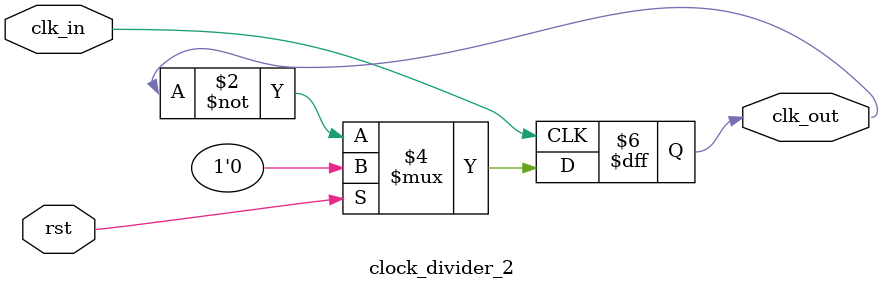
<source format=v>
module clock_divider_2 (
    input  wire clk_in,     // Clock de entrada: 50 MHz
    input  wire rst,        // Reset síncrono
    output reg  clk_out     // Clock dividido: 25 MHz
);

    always @(posedge clk_in) begin
        if (rst)
            clk_out <= 0;
        else
            clk_out <= ~clk_out; // Inverte a cada borda de subida
    end

endmodule

</source>
